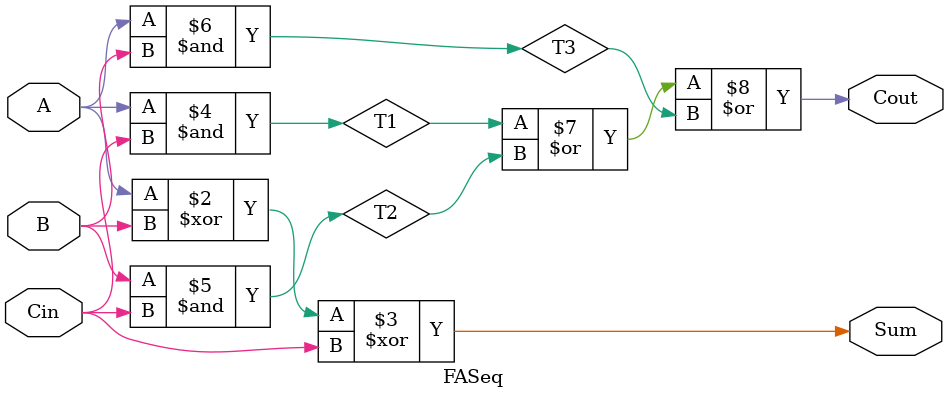
<source format=v>
module FAStr(
	input wire A,
	input wire B,
	input wire Cin,
	output wire Sum,
	output wire Cout );
	
wire s1, T1, T2, T3;

xor X1 (S1, A, B);
xor X2(Sum, S1, Cin);

and A1(T3, A, B);
and A2(T2, B, Cin);
and A3(T1, A, Cin);

or o1(Cout, T1, T2, T3);

endmodule

module FASeq(
	input wire A,
	input wire B,
	input wire Cin,
	output reg Sum,
	output reg Cout );
	
reg T1; reg T2; reg T3;

always @(A or B or Cin)
begin

Sum = (A ^ B) ^ Cin;
T1 = A & Cin;
T2 = B & Cin;
T3 = A & B;

Cout = (T1 | T2) | T3;
end

endmodule
</source>
